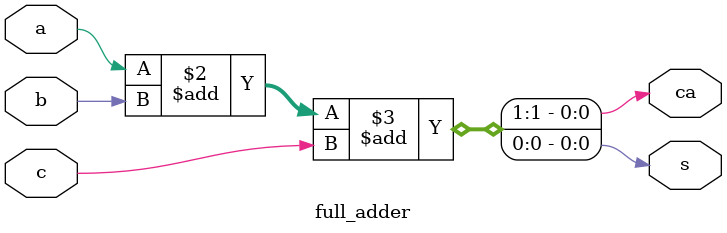
<source format=v>
module full_adder (a,b,c,s,ca);
input a,b,c;
output reg s,ca;

always@(*) begin
    {ca,s}=a+b+c;
end

endmodule
</source>
